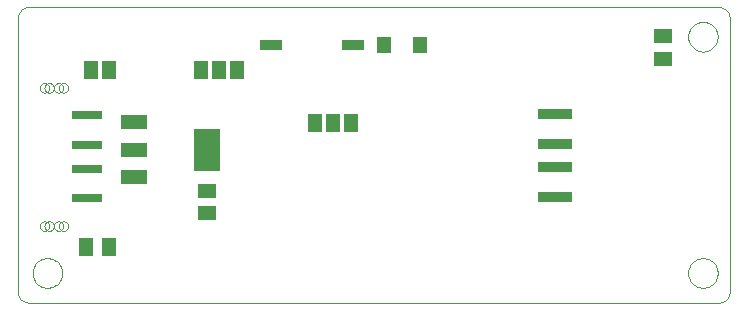
<source format=gtp>
G75*
%MOIN*%
%OFA0B0*%
%FSLAX24Y24*%
%IPPOS*%
%LPD*%
%AMOC8*
5,1,8,0,0,1.08239X$1,22.5*
%
%ADD10C,0.0000*%
%ADD11R,0.0591X0.0512*%
%ADD12R,0.0512X0.0591*%
%ADD13R,0.0760X0.0380*%
%ADD14R,0.0880X0.0480*%
%ADD15R,0.0866X0.1417*%
%ADD16R,0.1181X0.0354*%
%ADD17R,0.0472X0.0551*%
%ADD18R,0.0984X0.0315*%
%ADD19R,0.0460X0.0630*%
D10*
X005880Y000515D02*
X005880Y009649D01*
X005879Y009649D02*
X005877Y009686D01*
X005879Y009723D01*
X005884Y009760D01*
X005894Y009796D01*
X005907Y009831D01*
X005924Y009865D01*
X005944Y009896D01*
X005967Y009925D01*
X005994Y009952D01*
X006022Y009976D01*
X006054Y009996D01*
X006087Y010013D01*
X006122Y010027D01*
X006158Y010037D01*
X006195Y010043D01*
X029207Y010043D01*
X029244Y010045D01*
X029281Y010043D01*
X029318Y010038D01*
X029354Y010028D01*
X029389Y010015D01*
X029423Y009998D01*
X029454Y009978D01*
X029483Y009955D01*
X029510Y009928D01*
X029534Y009900D01*
X029554Y009868D01*
X029571Y009835D01*
X029585Y009800D01*
X029595Y009764D01*
X029601Y009727D01*
X029601Y009728D02*
X029601Y000594D01*
X029601Y000593D02*
X029603Y000556D01*
X029601Y000519D01*
X029596Y000482D01*
X029586Y000446D01*
X029573Y000411D01*
X029556Y000377D01*
X029536Y000346D01*
X029513Y000317D01*
X029486Y000290D01*
X029458Y000266D01*
X029426Y000246D01*
X029393Y000229D01*
X029358Y000215D01*
X029322Y000205D01*
X029285Y000199D01*
X029286Y000200D02*
X006274Y000200D01*
X006273Y000199D02*
X006238Y000197D01*
X006203Y000198D01*
X006169Y000203D01*
X006135Y000211D01*
X006102Y000222D01*
X006070Y000237D01*
X006039Y000255D01*
X006011Y000275D01*
X005985Y000298D01*
X005961Y000324D01*
X005940Y000352D01*
X005921Y000382D01*
X005906Y000413D01*
X005894Y000446D01*
X005885Y000480D01*
X005879Y000515D01*
X006372Y001184D02*
X006374Y001228D01*
X006380Y001272D01*
X006390Y001315D01*
X006403Y001357D01*
X006421Y001397D01*
X006442Y001436D01*
X006466Y001473D01*
X006493Y001508D01*
X006524Y001540D01*
X006557Y001569D01*
X006593Y001595D01*
X006631Y001617D01*
X006671Y001636D01*
X006712Y001652D01*
X006755Y001664D01*
X006798Y001672D01*
X006842Y001676D01*
X006886Y001676D01*
X006930Y001672D01*
X006973Y001664D01*
X007016Y001652D01*
X007057Y001636D01*
X007097Y001617D01*
X007135Y001595D01*
X007171Y001569D01*
X007204Y001540D01*
X007235Y001508D01*
X007262Y001473D01*
X007286Y001436D01*
X007307Y001397D01*
X007325Y001357D01*
X007338Y001315D01*
X007348Y001272D01*
X007354Y001228D01*
X007356Y001184D01*
X007354Y001140D01*
X007348Y001096D01*
X007338Y001053D01*
X007325Y001011D01*
X007307Y000971D01*
X007286Y000932D01*
X007262Y000895D01*
X007235Y000860D01*
X007204Y000828D01*
X007171Y000799D01*
X007135Y000773D01*
X007097Y000751D01*
X007057Y000732D01*
X007016Y000716D01*
X006973Y000704D01*
X006930Y000696D01*
X006886Y000692D01*
X006842Y000692D01*
X006798Y000696D01*
X006755Y000704D01*
X006712Y000716D01*
X006671Y000732D01*
X006631Y000751D01*
X006593Y000773D01*
X006557Y000799D01*
X006524Y000828D01*
X006493Y000860D01*
X006466Y000895D01*
X006442Y000932D01*
X006421Y000971D01*
X006403Y001011D01*
X006390Y001053D01*
X006380Y001096D01*
X006374Y001140D01*
X006372Y001184D01*
X006609Y002747D02*
X006611Y002772D01*
X006617Y002796D01*
X006626Y002818D01*
X006639Y002839D01*
X006655Y002858D01*
X006674Y002874D01*
X006695Y002887D01*
X006717Y002896D01*
X006741Y002902D01*
X006766Y002904D01*
X006791Y002902D01*
X006815Y002896D01*
X006837Y002887D01*
X006858Y002874D01*
X006877Y002858D01*
X006893Y002839D01*
X006906Y002818D01*
X006915Y002796D01*
X006921Y002772D01*
X006923Y002747D01*
X006921Y002722D01*
X006915Y002698D01*
X006906Y002676D01*
X006893Y002655D01*
X006877Y002636D01*
X006858Y002620D01*
X006837Y002607D01*
X006815Y002598D01*
X006791Y002592D01*
X006766Y002590D01*
X006741Y002592D01*
X006717Y002598D01*
X006695Y002607D01*
X006674Y002620D01*
X006655Y002636D01*
X006639Y002655D01*
X006626Y002676D01*
X006617Y002698D01*
X006611Y002722D01*
X006609Y002747D01*
X006766Y002747D02*
X006768Y002772D01*
X006774Y002796D01*
X006783Y002818D01*
X006796Y002839D01*
X006812Y002858D01*
X006831Y002874D01*
X006852Y002887D01*
X006874Y002896D01*
X006898Y002902D01*
X006923Y002904D01*
X006948Y002902D01*
X006972Y002896D01*
X006994Y002887D01*
X007015Y002874D01*
X007034Y002858D01*
X007050Y002839D01*
X007063Y002818D01*
X007072Y002796D01*
X007078Y002772D01*
X007080Y002747D01*
X007078Y002722D01*
X007072Y002698D01*
X007063Y002676D01*
X007050Y002655D01*
X007034Y002636D01*
X007015Y002620D01*
X006994Y002607D01*
X006972Y002598D01*
X006948Y002592D01*
X006923Y002590D01*
X006898Y002592D01*
X006874Y002598D01*
X006852Y002607D01*
X006831Y002620D01*
X006812Y002636D01*
X006796Y002655D01*
X006783Y002676D01*
X006774Y002698D01*
X006768Y002722D01*
X006766Y002747D01*
X007081Y002747D02*
X007083Y002772D01*
X007089Y002796D01*
X007098Y002818D01*
X007111Y002839D01*
X007127Y002858D01*
X007146Y002874D01*
X007167Y002887D01*
X007189Y002896D01*
X007213Y002902D01*
X007238Y002904D01*
X007263Y002902D01*
X007287Y002896D01*
X007309Y002887D01*
X007330Y002874D01*
X007349Y002858D01*
X007365Y002839D01*
X007378Y002818D01*
X007387Y002796D01*
X007393Y002772D01*
X007395Y002747D01*
X007393Y002722D01*
X007387Y002698D01*
X007378Y002676D01*
X007365Y002655D01*
X007349Y002636D01*
X007330Y002620D01*
X007309Y002607D01*
X007287Y002598D01*
X007263Y002592D01*
X007238Y002590D01*
X007213Y002592D01*
X007189Y002598D01*
X007167Y002607D01*
X007146Y002620D01*
X007127Y002636D01*
X007111Y002655D01*
X007098Y002676D01*
X007089Y002698D01*
X007083Y002722D01*
X007081Y002747D01*
X007239Y002747D02*
X007241Y002772D01*
X007247Y002796D01*
X007256Y002818D01*
X007269Y002839D01*
X007285Y002858D01*
X007304Y002874D01*
X007325Y002887D01*
X007347Y002896D01*
X007371Y002902D01*
X007396Y002904D01*
X007421Y002902D01*
X007445Y002896D01*
X007467Y002887D01*
X007488Y002874D01*
X007507Y002858D01*
X007523Y002839D01*
X007536Y002818D01*
X007545Y002796D01*
X007551Y002772D01*
X007553Y002747D01*
X007551Y002722D01*
X007545Y002698D01*
X007536Y002676D01*
X007523Y002655D01*
X007507Y002636D01*
X007488Y002620D01*
X007467Y002607D01*
X007445Y002598D01*
X007421Y002592D01*
X007396Y002590D01*
X007371Y002592D01*
X007347Y002598D01*
X007325Y002607D01*
X007304Y002620D01*
X007285Y002636D01*
X007269Y002655D01*
X007256Y002676D01*
X007247Y002698D01*
X007241Y002722D01*
X007239Y002747D01*
X007081Y007353D02*
X007083Y007378D01*
X007089Y007402D01*
X007098Y007424D01*
X007111Y007445D01*
X007127Y007464D01*
X007146Y007480D01*
X007167Y007493D01*
X007189Y007502D01*
X007213Y007508D01*
X007238Y007510D01*
X007263Y007508D01*
X007287Y007502D01*
X007309Y007493D01*
X007330Y007480D01*
X007349Y007464D01*
X007365Y007445D01*
X007378Y007424D01*
X007387Y007402D01*
X007393Y007378D01*
X007395Y007353D01*
X007393Y007328D01*
X007387Y007304D01*
X007378Y007282D01*
X007365Y007261D01*
X007349Y007242D01*
X007330Y007226D01*
X007309Y007213D01*
X007287Y007204D01*
X007263Y007198D01*
X007238Y007196D01*
X007213Y007198D01*
X007189Y007204D01*
X007167Y007213D01*
X007146Y007226D01*
X007127Y007242D01*
X007111Y007261D01*
X007098Y007282D01*
X007089Y007304D01*
X007083Y007328D01*
X007081Y007353D01*
X006766Y007353D02*
X006768Y007378D01*
X006774Y007402D01*
X006783Y007424D01*
X006796Y007445D01*
X006812Y007464D01*
X006831Y007480D01*
X006852Y007493D01*
X006874Y007502D01*
X006898Y007508D01*
X006923Y007510D01*
X006948Y007508D01*
X006972Y007502D01*
X006994Y007493D01*
X007015Y007480D01*
X007034Y007464D01*
X007050Y007445D01*
X007063Y007424D01*
X007072Y007402D01*
X007078Y007378D01*
X007080Y007353D01*
X007078Y007328D01*
X007072Y007304D01*
X007063Y007282D01*
X007050Y007261D01*
X007034Y007242D01*
X007015Y007226D01*
X006994Y007213D01*
X006972Y007204D01*
X006948Y007198D01*
X006923Y007196D01*
X006898Y007198D01*
X006874Y007204D01*
X006852Y007213D01*
X006831Y007226D01*
X006812Y007242D01*
X006796Y007261D01*
X006783Y007282D01*
X006774Y007304D01*
X006768Y007328D01*
X006766Y007353D01*
X006609Y007353D02*
X006611Y007378D01*
X006617Y007402D01*
X006626Y007424D01*
X006639Y007445D01*
X006655Y007464D01*
X006674Y007480D01*
X006695Y007493D01*
X006717Y007502D01*
X006741Y007508D01*
X006766Y007510D01*
X006791Y007508D01*
X006815Y007502D01*
X006837Y007493D01*
X006858Y007480D01*
X006877Y007464D01*
X006893Y007445D01*
X006906Y007424D01*
X006915Y007402D01*
X006921Y007378D01*
X006923Y007353D01*
X006921Y007328D01*
X006915Y007304D01*
X006906Y007282D01*
X006893Y007261D01*
X006877Y007242D01*
X006858Y007226D01*
X006837Y007213D01*
X006815Y007204D01*
X006791Y007198D01*
X006766Y007196D01*
X006741Y007198D01*
X006717Y007204D01*
X006695Y007213D01*
X006674Y007226D01*
X006655Y007242D01*
X006639Y007261D01*
X006626Y007282D01*
X006617Y007304D01*
X006611Y007328D01*
X006609Y007353D01*
X007239Y007353D02*
X007241Y007378D01*
X007247Y007402D01*
X007256Y007424D01*
X007269Y007445D01*
X007285Y007464D01*
X007304Y007480D01*
X007325Y007493D01*
X007347Y007502D01*
X007371Y007508D01*
X007396Y007510D01*
X007421Y007508D01*
X007445Y007502D01*
X007467Y007493D01*
X007488Y007480D01*
X007507Y007464D01*
X007523Y007445D01*
X007536Y007424D01*
X007545Y007402D01*
X007551Y007378D01*
X007553Y007353D01*
X007551Y007328D01*
X007545Y007304D01*
X007536Y007282D01*
X007523Y007261D01*
X007507Y007242D01*
X007488Y007226D01*
X007467Y007213D01*
X007445Y007204D01*
X007421Y007198D01*
X007396Y007196D01*
X007371Y007198D01*
X007347Y007204D01*
X007325Y007213D01*
X007304Y007226D01*
X007285Y007242D01*
X007269Y007261D01*
X007256Y007282D01*
X007247Y007304D01*
X007241Y007328D01*
X007239Y007353D01*
X028223Y009058D02*
X028225Y009102D01*
X028231Y009146D01*
X028241Y009189D01*
X028254Y009231D01*
X028272Y009271D01*
X028293Y009310D01*
X028317Y009347D01*
X028344Y009382D01*
X028375Y009414D01*
X028408Y009443D01*
X028444Y009469D01*
X028482Y009491D01*
X028522Y009510D01*
X028563Y009526D01*
X028606Y009538D01*
X028649Y009546D01*
X028693Y009550D01*
X028737Y009550D01*
X028781Y009546D01*
X028824Y009538D01*
X028867Y009526D01*
X028908Y009510D01*
X028948Y009491D01*
X028986Y009469D01*
X029022Y009443D01*
X029055Y009414D01*
X029086Y009382D01*
X029113Y009347D01*
X029137Y009310D01*
X029158Y009271D01*
X029176Y009231D01*
X029189Y009189D01*
X029199Y009146D01*
X029205Y009102D01*
X029207Y009058D01*
X029205Y009014D01*
X029199Y008970D01*
X029189Y008927D01*
X029176Y008885D01*
X029158Y008845D01*
X029137Y008806D01*
X029113Y008769D01*
X029086Y008734D01*
X029055Y008702D01*
X029022Y008673D01*
X028986Y008647D01*
X028948Y008625D01*
X028908Y008606D01*
X028867Y008590D01*
X028824Y008578D01*
X028781Y008570D01*
X028737Y008566D01*
X028693Y008566D01*
X028649Y008570D01*
X028606Y008578D01*
X028563Y008590D01*
X028522Y008606D01*
X028482Y008625D01*
X028444Y008647D01*
X028408Y008673D01*
X028375Y008702D01*
X028344Y008734D01*
X028317Y008769D01*
X028293Y008806D01*
X028272Y008845D01*
X028254Y008885D01*
X028241Y008927D01*
X028231Y008970D01*
X028225Y009014D01*
X028223Y009058D01*
X028223Y001184D02*
X028225Y001228D01*
X028231Y001272D01*
X028241Y001315D01*
X028254Y001357D01*
X028272Y001397D01*
X028293Y001436D01*
X028317Y001473D01*
X028344Y001508D01*
X028375Y001540D01*
X028408Y001569D01*
X028444Y001595D01*
X028482Y001617D01*
X028522Y001636D01*
X028563Y001652D01*
X028606Y001664D01*
X028649Y001672D01*
X028693Y001676D01*
X028737Y001676D01*
X028781Y001672D01*
X028824Y001664D01*
X028867Y001652D01*
X028908Y001636D01*
X028948Y001617D01*
X028986Y001595D01*
X029022Y001569D01*
X029055Y001540D01*
X029086Y001508D01*
X029113Y001473D01*
X029137Y001436D01*
X029158Y001397D01*
X029176Y001357D01*
X029189Y001315D01*
X029199Y001272D01*
X029205Y001228D01*
X029207Y001184D01*
X029205Y001140D01*
X029199Y001096D01*
X029189Y001053D01*
X029176Y001011D01*
X029158Y000971D01*
X029137Y000932D01*
X029113Y000895D01*
X029086Y000860D01*
X029055Y000828D01*
X029022Y000799D01*
X028986Y000773D01*
X028948Y000751D01*
X028908Y000732D01*
X028867Y000716D01*
X028824Y000704D01*
X028781Y000696D01*
X028737Y000692D01*
X028693Y000692D01*
X028649Y000696D01*
X028606Y000704D01*
X028563Y000716D01*
X028522Y000732D01*
X028482Y000751D01*
X028444Y000773D01*
X028408Y000799D01*
X028375Y000828D01*
X028344Y000860D01*
X028317Y000895D01*
X028293Y000932D01*
X028272Y000971D01*
X028254Y001011D01*
X028241Y001053D01*
X028231Y001096D01*
X028225Y001140D01*
X028223Y001184D01*
D11*
X012180Y003176D03*
X012180Y003924D03*
X027380Y008326D03*
X027380Y009074D03*
D12*
X008904Y002050D03*
X008156Y002050D03*
D13*
X014305Y008800D03*
X017055Y008800D03*
D14*
X009760Y006210D03*
X009760Y005300D03*
X009760Y004390D03*
D15*
X012200Y005300D03*
D16*
X023791Y005494D03*
X023791Y004706D03*
X023791Y003722D03*
X023791Y006478D03*
D17*
X019271Y008800D03*
X018090Y008800D03*
D18*
X008191Y006448D03*
X008191Y005454D03*
X008191Y004646D03*
X008191Y003672D03*
D19*
X015780Y006200D03*
X016380Y006200D03*
X016980Y006200D03*
X013180Y007950D03*
X012580Y007950D03*
X011980Y007950D03*
X008930Y007950D03*
X008330Y007950D03*
M02*

</source>
